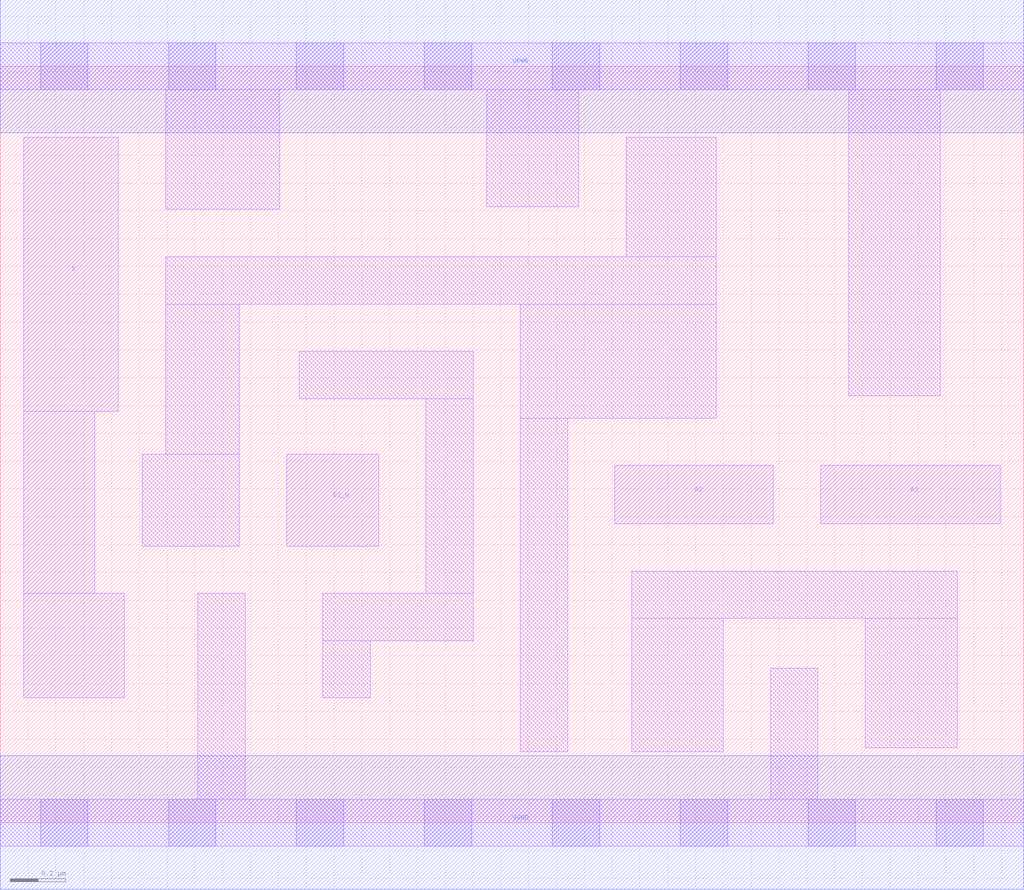
<source format=lef>
# Copyright 2020 The SkyWater PDK Authors
#
# Licensed under the Apache License, Version 2.0 (the "License");
# you may not use this file except in compliance with the License.
# You may obtain a copy of the License at
#
#     https://www.apache.org/licenses/LICENSE-2.0
#
# Unless required by applicable law or agreed to in writing, software
# distributed under the License is distributed on an "AS IS" BASIS,
# WITHOUT WARRANTIES OR CONDITIONS OF ANY KIND, either express or implied.
# See the License for the specific language governing permissions and
# limitations under the License.
#
# SPDX-License-Identifier: Apache-2.0

VERSION 5.7 ;
  NAMESCASESENSITIVE ON ;
  NOWIREEXTENSIONATPIN ON ;
  DIVIDERCHAR "/" ;
  BUSBITCHARS "[]" ;
UNITS
  DATABASE MICRONS 200 ;
END UNITS
MACRO sky130_fd_sc_hd__o21ba_1
  CLASS CORE ;
  SOURCE USER ;
  FOREIGN sky130_fd_sc_hd__o21ba_1 ;
  ORIGIN  0.000000  0.000000 ;
  SIZE  3.680000 BY  2.720000 ;
  SYMMETRY X Y R90 ;
  SITE unithd ;
  PIN A1
    ANTENNAGATEAREA  0.247500 ;
    DIRECTION INPUT ;
    USE SIGNAL ;
    PORT
      LAYER li1 ;
        RECT 2.950000 1.075000 3.595000 1.285000 ;
    END
  END A1
  PIN A2
    ANTENNAGATEAREA  0.247500 ;
    DIRECTION INPUT ;
    USE SIGNAL ;
    PORT
      LAYER li1 ;
        RECT 2.210000 1.075000 2.780000 1.285000 ;
    END
  END A2
  PIN B1_N
    ANTENNAGATEAREA  0.126000 ;
    DIRECTION INPUT ;
    USE SIGNAL ;
    PORT
      LAYER li1 ;
        RECT 1.030000 0.995000 1.360000 1.325000 ;
    END
  END B1_N
  PIN X
    ANTENNADIFFAREA  0.429000 ;
    DIRECTION OUTPUT ;
    USE SIGNAL ;
    PORT
      LAYER li1 ;
        RECT 0.085000 0.450000 0.445000 0.825000 ;
        RECT 0.085000 0.825000 0.340000 1.480000 ;
        RECT 0.085000 1.480000 0.425000 2.465000 ;
    END
  END X
  PIN VGND
    DIRECTION INOUT ;
    SHAPE ABUTMENT ;
    USE GROUND ;
    PORT
      LAYER met1 ;
        RECT 0.000000 -0.240000 3.680000 0.240000 ;
    END
  END VGND
  PIN VPWR
    DIRECTION INOUT ;
    SHAPE ABUTMENT ;
    USE POWER ;
    PORT
      LAYER met1 ;
        RECT 0.000000 2.480000 3.680000 2.960000 ;
    END
  END VPWR
  OBS
    LAYER li1 ;
      RECT 0.000000 -0.085000 3.680000 0.085000 ;
      RECT 0.000000  2.635000 3.680000 2.805000 ;
      RECT 0.510000  0.995000 0.860000 1.325000 ;
      RECT 0.595000  1.325000 0.860000 1.865000 ;
      RECT 0.595000  1.865000 2.575000 2.035000 ;
      RECT 0.595000  2.205000 1.005000 2.635000 ;
      RECT 0.710000  0.085000 0.880000 0.825000 ;
      RECT 1.075000  1.525000 1.700000 1.695000 ;
      RECT 1.160000  0.450000 1.330000 0.655000 ;
      RECT 1.160000  0.655000 1.700000 0.825000 ;
      RECT 1.530000  0.825000 1.700000 1.525000 ;
      RECT 1.750000  2.215000 2.080000 2.635000 ;
      RECT 1.870000  0.255000 2.040000 1.455000 ;
      RECT 1.870000  1.455000 2.575000 1.865000 ;
      RECT 2.250000  2.035000 2.575000 2.465000 ;
      RECT 2.270000  0.255000 2.600000 0.735000 ;
      RECT 2.270000  0.735000 3.440000 0.905000 ;
      RECT 2.770000  0.085000 2.940000 0.555000 ;
      RECT 3.050000  1.535000 3.380000 2.635000 ;
      RECT 3.110000  0.270000 3.440000 0.735000 ;
    LAYER mcon ;
      RECT 0.145000 -0.085000 0.315000 0.085000 ;
      RECT 0.145000  2.635000 0.315000 2.805000 ;
      RECT 0.605000 -0.085000 0.775000 0.085000 ;
      RECT 0.605000  2.635000 0.775000 2.805000 ;
      RECT 1.065000 -0.085000 1.235000 0.085000 ;
      RECT 1.065000  2.635000 1.235000 2.805000 ;
      RECT 1.525000 -0.085000 1.695000 0.085000 ;
      RECT 1.525000  2.635000 1.695000 2.805000 ;
      RECT 1.985000 -0.085000 2.155000 0.085000 ;
      RECT 1.985000  2.635000 2.155000 2.805000 ;
      RECT 2.445000 -0.085000 2.615000 0.085000 ;
      RECT 2.445000  2.635000 2.615000 2.805000 ;
      RECT 2.905000 -0.085000 3.075000 0.085000 ;
      RECT 2.905000  2.635000 3.075000 2.805000 ;
      RECT 3.365000 -0.085000 3.535000 0.085000 ;
      RECT 3.365000  2.635000 3.535000 2.805000 ;
  END
END sky130_fd_sc_hd__o21ba_1

</source>
